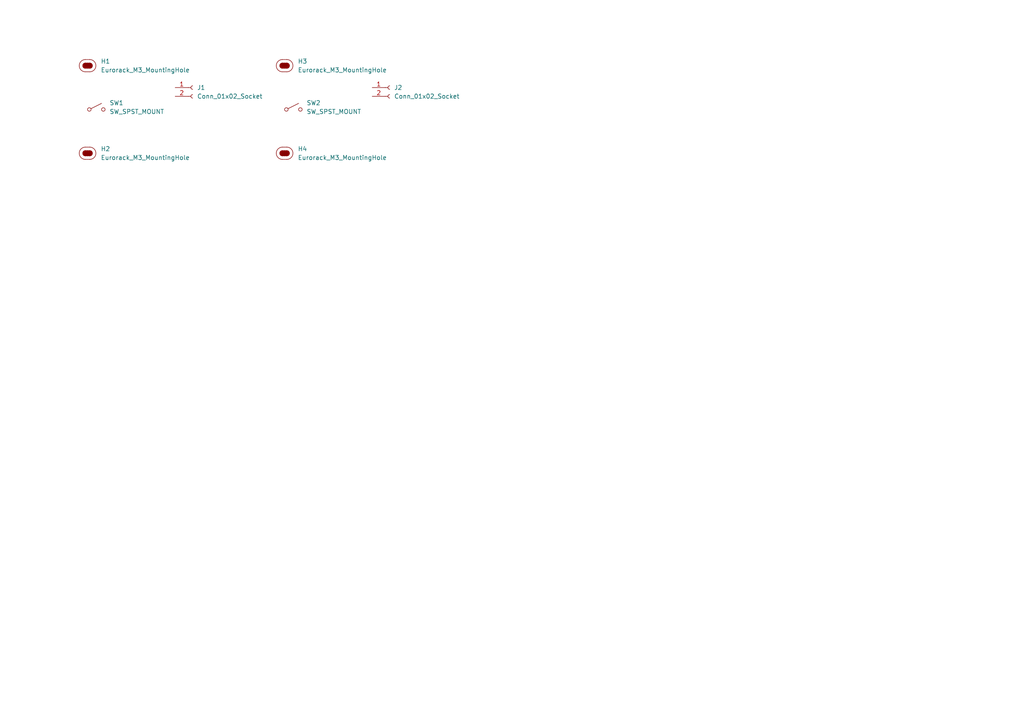
<source format=kicad_sch>
(kicad_sch (version 20231120) (generator "eeschema") (generator_version "8.0")
  (paper "A4")
  (lib_symbols
    (symbol "Connector:Conn_01x02_Socket" (pin_names (offset 1.016) hide)
      (property "Reference" "J" (at 0 2.54 0))
      (property "Value" "Conn_01x02_Socket" (at 0 -5.08 0))
      (symbol "Conn_01x02_Socket_1_1"
        (arc (start 0 -2.032) (mid -0.5058 -2.54) (end 0 -3.048) (stroke (width 0.1524)))
        (polyline (pts (xy -1.27 -2.54) (xy -0.508 -2.54)) (stroke (width 0.1524)))
        (polyline (pts (xy -1.27 0) (xy -0.508 0)) (stroke (width 0.1524)))
        (arc (start 0 0.508) (mid -0.5058 0) (end 0 -0.508) (stroke (width 0.1524)))
        (pin passive line (at -5.08 0 0) (length 3.81) (name "Pin_1") (number "1"))
        (pin passive line (at -5.08 -2.54 0) (length 3.81) (name "Pin_2") (number "2"))
      )
    )
    (symbol "EXC:Eurorack_M3_MountingHole" (pin_names (offset 1.016)) (exclude_from_sim yes) (in_bom no)
      (property "Reference" "H" (at 0 5.08 0))
      (property "Value" "Eurorack_M3_MountingHole" (at 0 3.175 0))
      (symbol "Eurorack_M3_MountingHole_0_1"
        (circle (center -0.635 0) (radius 0.762) (fill (type outline)))
        (arc (start -0.635 0.762) (mid -1.397 0) (end -0.635 -0.762))
        (arc (start -0.635 1.778) (mid -2.413 0) (end -0.635 -1.778))
        (polyline (pts (xy -0.635 -1.778) (xy 0.635 -1.778)))
        (polyline (pts (xy -0.635 -0.762) (xy 0.635 -0.762)))
        (polyline (pts (xy -0.635 0.762) (xy 0.635 0.762)))
        (polyline (pts (xy 0.635 1.778) (xy -0.635 1.778)))
        (circle (center 0 0) (radius 0.762) (fill (type outline)))
        (arc (start 0.6141 -1.778) (mid 2.4131 0) (end 0.6141 1.778))
        (arc (start 0.6227 -0.762) (mid 1.3971 0) (end 0.6227 0.762))
        (circle (center 0.635 0) (radius 0.762) (fill (type outline)))
      )
    )
    (symbol "EXC:SW_SPST-Cherry_Panel_Mount" (pin_names (offset 0) hide)
      (property "Reference" "SW" (at 0 3.175 0))
      (property "Value" "SW_SPST_MOUNT" (at 0 -2.032 0))
      (symbol "SW_SPST-Cherry_Panel_Mount_0_0"
        (circle (center -2.032 0) (radius 0.508))
        (polyline (pts (xy -1.524 0.254) (xy 1.524 1.778)))
        (circle (center 2.032 0) (radius 0.508))
      )
    )
  )
  (symbol (lib_id "EXC:SW_SPST-Cherry_Panel_Mount") (at 27.94 31.75 0) (unit 1)
    (property "Reference" "SW1" (at 31.75 29.8449 0) (effects (justify left)))
    (property "Value" "SW_SPST_MOUNT" (at 31.75 32.3849 0) (effects (justify left)))
    (property "Footprint" "EXC:SW_Cherry_MX_1.00u_Mount" (effects (hide yes)))
    (property "Datasheet" "https://hirosarts.com/blog/keycap-dimensions-guide-for-beginners/" (effects (hide yes)))
    (property "Description" "Single Pole Single Throw (SPST) panel-mount switch" (effects (hide yes)))
    (property "Source" "https://www.adafruit.com/product/4954" (effects (hide yes)))
  )
  (symbol (lib_id "EXC:Eurorack_M3_MountingHole") (at 25.4 44.45 0) (unit 1) (exclude_from_sim yes) (in_bom no)
    (property "Reference" "H2" (at 29.21 43.1799 0) (effects (justify left)))
    (property "Value" "Eurorack_M3_MountingHole" (at 29.21 45.7199 0) (effects (justify left)))
    (property "Footprint" "EXC:MountingHole_3.2mm_M3" (effects (hide yes)))
    (property "Description" "Mounting Hole without connection" (effects (hide yes)))
  )
  (symbol (lib_id "EXC:Eurorack_M3_MountingHole") (at 82.55 44.45 0) (unit 1) (exclude_from_sim yes) (in_bom no)
    (property "Reference" "H4" (at 86.36 43.1799 0) (effects (justify left)))
    (property "Value" "Eurorack_M3_MountingHole" (at 86.36 45.7199 0) (effects (justify left)))
    (property "Footprint" "EXC:MountingHole_3.2mm_M3" (effects (hide yes)))
    (property "Description" "Mounting Hole without connection" (effects (hide yes)))
  )
  (symbol (lib_id "Connector:Conn_01x02_Socket") (at 113.03 25.4 0) (unit 1)
    (property "Reference" "J2" (at 114.3 25.3999 0) (effects (justify left)))
    (property "Value" "Conn_01x02_Socket" (at 114.3 27.9399 0) (effects (justify left)))
    (property "Footprint" "Connector_PinSocket_2.54mm:PinSocket_1x02_P2.54mm_Vertical" (effects (hide yes)))
    (property "Description" "Generic connector, single row, 01x02, script generated" (effects (hide yes)))
  )
  (symbol (lib_id "EXC:Eurorack_M3_MountingHole") (at 25.4 19.05 0) (unit 1) (exclude_from_sim yes) (in_bom no)
    (property "Reference" "H1" (at 29.21 17.7799 0) (effects (justify left)))
    (property "Value" "Eurorack_M3_MountingHole" (at 29.21 20.3199 0) (effects (justify left)))
    (property "Footprint" "EXC:MountingHole_3.2mm_M3" (effects (hide yes)))
    (property "Description" "Mounting Hole without connection" (effects (hide yes)))
  )
  (symbol (lib_id "EXC:SW_SPST-Cherry_Panel_Mount") (at 85.09 31.75 0) (unit 1)
    (property "Reference" "SW2" (at 88.9 29.8449 0) (effects (justify left)))
    (property "Value" "SW_SPST_MOUNT" (at 88.9 32.3849 0) (effects (justify left)))
    (property "Footprint" "EXC:SW_Cherry_MX_1.00u_Mount" (effects (hide yes)))
    (property "Datasheet" "https://hirosarts.com/blog/keycap-dimensions-guide-for-beginners/" (effects (hide yes)))
    (property "Description" "Single Pole Single Throw (SPST) panel-mount switch" (effects (hide yes)))
    (property "Source" "https://www.adafruit.com/product/4954" (effects (hide yes)))
  )
  (symbol (lib_id "EXC:Eurorack_M3_MountingHole") (at 82.55 19.05 0) (unit 1) (exclude_from_sim yes) (in_bom no)
    (property "Reference" "H3" (at 86.36 17.7799 0) (effects (justify left)))
    (property "Value" "Eurorack_M3_MountingHole" (at 86.36 20.3199 0) (effects (justify left)))
    (property "Footprint" "EXC:MountingHole_3.2mm_M3" (effects (hide yes)))
    (property "Description" "Mounting Hole without connection" (effects (hide yes)))
  )
  (symbol (lib_id "Connector:Conn_01x02_Socket") (at 55.88 25.4 0) (unit 1)
    (property "Reference" "J1" (at 57.15 25.3999 0) (effects (justify left)))
    (property "Value" "Conn_01x02_Socket" (at 57.15 27.9399 0) (effects (justify left)))
    (property "Footprint" "Connector_PinSocket_2.54mm:PinSocket_1x02_P2.54mm_Vertical" (effects (hide yes)))
    (property "Description" "Generic connector, single row, 01x02, script generated" (effects (hide yes)))
  )
)
</source>
